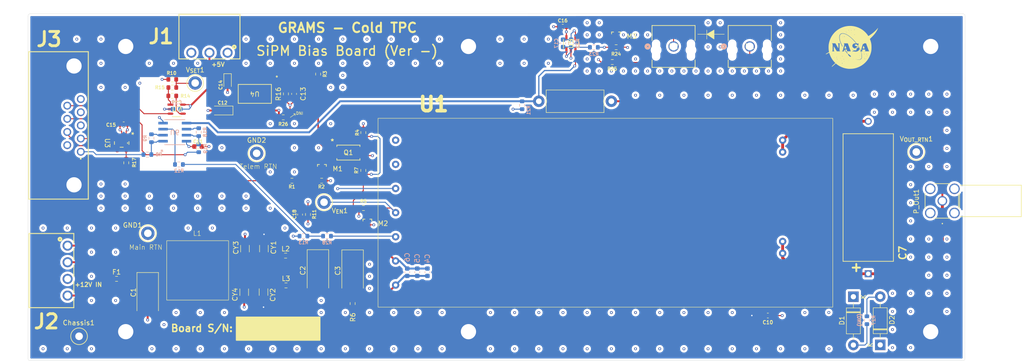
<source format=kicad_pcb>
(kicad_pcb (version 20241229) (generator "pcbnew") (generator_version "9.0")
  (layers (0 "F.Cu" signal) (4 "In1.Cu" signal) (6 "In2.Cu" signal) (8 "In3.Cu" signal) (10 "In4.Cu" signal) (2 "B.Cu" signal) (13 "F.Paste" user) (15 "B.Paste" user) (5 "F.SilkS" user "F.Silkscreen") (7 "B.SilkS" user "B.Silkscreen") (1 "F.Mask" user) (3 "B.Mask" user) (25 "Edge.Cuts" user))
  (net 0 "")
  (net 1 "/SEC_PWR_RTN")
  (net 2 "Net-(C1-Pad1)")
  (net 3 "/SiPM_HV_Block/V_POS")
  (net 4 "/SiPM_HV_Block/V_RTN")
  (net 5 "Net-(C3-Pad2)")
  (net 6 "/SiPM_HV_Block/SiPM_HV_OUT")
  (net 7 "/SiPM_HV_Block/SiPM_HV_RTN")
  (net 8 "CHASSIS")
  (net 9 "/SEC_PWR_TELEM")
  (net 10 "/SEC_PWR_TELEM_RTN")
  (net 11 "Net-(U4-SET)")
  (net 12 "/SEC_PWR_IN")
  (net 14 "/HV_Enable-")
  (net 15 "/SET_HV")
  (net 16 "/HV_CURR_MON")
  (net 17 "/HV_Enable+")
  (net 18 "/HV_VOLT_MON")
  (net 19 "Net-(M3-Pad3)")
  (net 20 "Net-(P1-Pad1)")
  (net 21 "Net-(M1-Pad1)")
  (net 22 "Net-(M1-Pad3)")
  (net 23 "Net-(M2-Pad1)")
  (net 24 "/SiPM_HV_Block/Enable")
  (net 25 "Net-(M3-Pad1)")
  (net 26 "Net-(Q1-Pad1)")
  (net 27 "/HV_Enable")
  (net 28 "/SiPM_HV_Block/REM_ADJ")
  (net 29 "/SiPM_HV_Block/Curr_Mon")
  (net 30 "Net-(U3-R)")
  (net 32 "/V3p3")
  (net 33 "Net-(U5-OUT)")
  (net 34 "Net-(U5--IN)")
  (net 35 "Net-(CY1-Pad1)")
  (net 36 "Net-(CY2-Pad1)")
  (net 37 "Net-(R12-Pad1)")
  (net 38 "Net-(U6A-A_OUT)")
  (net 39 "Net-(U6A--INA)")
  (net 40 "Net-(U7--IN)")
  (net 41 "Net-(U7-OUT)")
  (net 42 "Net-(U6B--INB)")
  (net 43 "Net-(U6B-B_OUT)")
  (net 44 "Net-(U5-+IN)")
  (net 45 "Net-(U6A-+INA)")
  (footprint "Resistor_SMD:R_0603_1608Metric" (layer "F.Cu") (at 162.11 70.72 180)
    (property "Reference" "R25")
    (property "Value" "150")
  )
  (footprint "Capacitor_SMD:C_0603_1608Metric" (layer "F.Cu") (at 96.53 102.81 90)
    (property "Reference" "C18")
    (property "Value" "0.1uF")
  )
  (footprint "MountingHole:MountingHole_3.2mm_M3_Pad" (layer "F.Cu") (at 229 127.44)
    (property "Reference" "H4")
    (property "Value" "MountingHole_Pad")
  )
  (footprint "Capacitor_SMD:C_0603_1608Metric" (layer "F.Cu") (at 75.1 88.49)
    (property "Reference" "C11")
    (property "Value" "0.1uF")
  )
  (footprint "Resistor_SMD:R_0603_1608Metric" (layer "F.Cu") (at 107.57 121.53 -90)
    (property "Reference" "R6")
    (property "Value" "0.1")
  )
  (footprint "Resistor_SMD:R_0603_1608Metric" (layer "F.Cu") (at 94.8132 95.6832)
    (property "Reference" "R1")
    (property "Value" "820")
  )
  (footprint "Capacitor_Tantalum_SMD:CP_EIA-7343-15_Kemet-W" (layer "F.Cu") (at 64.52 119.41 -90)
    (property "Reference" "C1")
    (property "Value" "100uF")
  )
  (footprint "Diode_THT:D_DO-41_SOD81_P10.16mm_Horizontal" (layer "F.Cu") (at 212.76 120.09 -90)
    (property "Reference" "D1")
    (property "Value" "1N4004")
  )
  (footprint "Resistor_SMD:R_0603_1608Metric" (layer "F.Cu") (at 109.81 93.52 90)
    (property "Reference" "R7")
    (property "Value" "5k")
  )
  (footprint "TestPoint:TestPoint_Keystone_5005-5009_Compact" (layer "F.Cu") (at 87.4 89.92)
    (property "Reference" "GND2")
    (property "Value" "TestPoint")
  )
  (footprint "Capacitor_SMD:C_0603_1608Metric" (layer "F.Cu") (at 151.705 63.28 180)
    (property "Reference" "C16")
    (property "Value" "0.1uF")
  )
  (footprint "TestPoint:TestPoint_Keystone_5010-5014_Multipurpose" (layer "F.Cu") (at 74.49 75.13)
    (property "Reference" "V_{SET}1")
    (property "Value" "TestPoint")
  )
  (footprint "Capacitor_Tantalum_SMD:CP_EIA-7343-15_Kemet-W" (layer "F.Cu") (at 107.56 114.6475 -90)
    (property "Reference" "C3")
    (property "Value" "150uF")
  )
  (footprint "MountingHole:MountingHole_3.2mm_M3_Pad" (layer "F.Cu") (at 131.9 127.44)
    (property "Reference" "H3")
    (property "Value" "MountingHole_Pad")
  )
  (footprint "Adam_Tech:CONN_RF2-49B-T-00-50-G-HDW_ADM" (layer "F.Cu") (at 231.453 99.93 -90)
    (property "Reference" "P_Out1")
    (property "Value" "RF2-49B-T-00-50-G-HDW")
  )
  (footprint "Resistor_SMD:R_0603_1608Metric" (layer "F.Cu") (at 100.325 73.255 -90)
    (property "Reference" "R3")
    (property "Value" "180")
  )
  (footprint "Capacitor_SMD:C_1206_3216Metric" (layer "F.Cu") (at 88.85 119.11 -90)
    (property "Reference" "CY2")
    (property "Value" "4700pF")
  )
  (footprint "MountingHole:MountingHole_3.2mm_M3_Pad" (layer "F.Cu") (at 59.9 127.44)
    (property "Reference" "H2")
    (property "Value" "MountingHole_Pad")
  )
  (footprint "TestPoint:TestPoint_Keystone_5005-5009_Compact" (layer "F.Cu") (at 225.98 89.64)
    (property "Reference" "V_{OUT_RTN}1")
    (property "Value" "TestPoint")
  )
  (footprint "Capacitor_Tantalum_SMD:CP_EIA-2012-12_Kemet-R" (layer "F.Cu") (at 81.3004 74.87685 -90)
    (property "Reference" "C14")
    (property "Value" "1uF")
  )
  (footprint "Resistor_SMD:R_0603_1608Metric" (layer "F.Cu") (at 109.84 101.43)
    (property "Reference" "R5")
    (property "Value" "20k")
  )
  (footprint "Analog_Devices:SOT-3_ST_LIT" (layer "F.Cu") (at 87.0154 77.41685 180)
    (property "Reference" "U4")
    (property "Value" "LT3080EST-PBF")
  )
  (footprint "TE_Connectivity:conn1_1-1123824-1_TEC" (layer "F.Cu") (at 174.99 67.44)
    (property "Reference" "P2")
    (property "Value" "1-1123824-1")
  )
  (footprint "Advanced Energy:116A12-P4" (layer "F.Cu") (at 116.6 87.16)
    (property "Reference" "U1")
    (property "Value" "1/16A12-P4-I5")
  )
  (footprint "Resistor_SMD:R_0603_1608Metric" (layer "F.Cu") (at 69.69 76.08)
    (property "Reference" "R15")
    (property "Value" "49.9")
  )
  (footprint "Capacitor_Tantalum_SMD:CP_EIA-3216-12_Kemet-S" (layer "F.Cu") (at 80.12 80.92 180)
    (property "Reference" "C12")
    (property "Value" "2.2uF")
  )
  (footprint "CoilCraft:MSD1260T-105" (layer "F.Cu") (at 80.01 117.3 90)
    (property "Reference" "L1")
    (property "Value" "MSD1260T-105")
  )
  (footprint "Wurth_Elektronik:691322110004" (layer "F.Cu") (at 47.69 114.59 -90)
    (property "Reference" "J2")
    (property "Value" "691322110004")
  )
  (footprint "Resistor_SMD:R_0603_1608Metric" (layer "F.Cu") (at 69.68 77.84 180)
    (property "Reference" "R14")
    (property "Value" "10k")
  )
  (footprint "Resistor_SMD:R_0603_1608Metric" (layer "F.Cu") (at 98.19 102.785 90)
    (property "Reference" "R11")
    (property "Value" "1k")
  )
  (footprint "TestPoint:TestPoint_Keystone_5005-5009_Compact" (layer "F.Cu") (at 101.56 100.21)
    (property "Reference" "V_{EN}1")
    (property "Value" "TestPoint")
  )
  (footprint "MountingHole:MountingHole_3.2mm_M3_Pad" (layer "F.Cu") (at 229 67.44)
    (property "Reference" "H6" (hide yes))
    (property "Value" "MountingHole_Pad")
  )
  (footprint "TestPoint:TestPoint_Keystone_5005-5009_Compact" (layer "F.Cu") (at 64.55 106.74)
    (property "Reference" "GND1")
    (property "Value" "TestPoint")
  )
  (footprint "Resistor_SMD:R_0603_1608Metric" (layer "F.Cu") (at 101.0616 95.6832)
    (property "Reference" "R2")
    (property "Value" "1k")
  )
  (footprint "Vishay_Sprague:CAP_134D_T6_CLR79&slash_81_T3_S_VIS" (layer "F.Cu") (at 215.88 115.2601 90)
    (property "Reference" "C7")
    (property "Value" "134D107X9125T6")
  )
  (footprint "Toshiba_Semi:SSM_TOS" (layer "F.Cu") (at 110.659999 104.295)
    (property "Reference" "M2")
    (property "Value" "SSM3K15AFS_LF")
  )
  (footprint "Toshiba_Semi:SSM_TOS" (layer "F.Cu") (at 162.895 64.935)
    (property "Reference" "M3")
    (property "Value" "SSM3K15AFS_LF")
  )
  (footprint "Capacitor_SMD:C_1206_3216Metric" (layer "F.Cu") (at 84.95 109.975 90)
    (property "Reference" "CY3")
    (property "Value" "4700pF")
  )
  (footprint "Resistor_SMD:R_0603_1608Metric" (layer "F.Cu") (at 93.5554 77.41685 90)
    (property "Reference" "R16")
    (property "Value" "330k")
  )
  (footprint "MountingHole:MountingHole_3.2mm_M3_Pad" (layer "F.Cu") (at 59.9 67.44)
    (property "Reference" "H1" (hide yes))
    (property "Value" "MountingHole_Pad")
  )
  (footprint "Capacitor_SMD:C_1206_3216Metric" (layer "F.Cu") (at 88.93 109.97 90)
    (property "Reference" "CY1")
    (property "Value" "4700pF")
  )
  (footprint "Capacitor_Tantalum_SMD:CP_EIA-7343-15_Kemet-W" (layer "F.Cu") (at 100.28 114.61 -90)
    (property "Reference" "C2")
    (property "Value" "33uF")
  )
  (footprint "Resistor_SMD:R_0603_1608Metric_Pad0.98x0.95mm_HandSolder" (layer "F.Cu") (at 93.4875 111.45)
    (property "Reference" "L2")
    (property "Value" "15uH")
  )
  (footprint "NASA_Meatball:Small_Meatball" (layer "F.Cu") (at 212.4964 67.4624)
    (property "Reference" "G***" (hide yes))
    (property "Value" "LOGO" (hide yes))
  )
  (footprint "Wurth_Elektronik:618009231121" (layer "F.Cu") (at 42.74 84.05 -90)
    (property "Reference" "J3")
    (property "Value" "618009231121")
  )
  (footprint "Analog_Devices:S_5_ADI" (layer "F.Cu") (at 153.425 66.89 90)
    (property "Reference" "U5")
    (property "Value" "LTC2050HVCS5-TRMPBF")
  )
  (footprint "Toshiba_Semi:SSM_TOS" (layer "F.Cu") (at 101.1124 92.8022)
    (property "Reference" "M1")
    (property "Value" "SSM3K15AFS_LF")
  )
  (footprint "Analog_Devices:S_5_ADI" (layer "F.Cu") (at 70.61 80.63)
    (property "Reference" "U7")
    (property "Value" "LTC2050HVCS5-TRMPBF")
  )
  (footprint "Resistor_SMD:R_0603_1608Metric" (layer "F.Cu") (at 92.99 82.35 180)
    (property "Reference" "R26")
    (property "Value" "(DNI)")
  )
  (footprint "TE_Connectivity:conn1_1-1123824-1_TEC" (layer "F.Cu") (at 190.99 67.44)
    (property "Reference" "P1")
    (property "Value" "1-1123824-1")
  )
  (footprint "Capacitor_SMD:C_0603_1608Metric" (layer "F.Cu") (at 59.48 83.82 180)
    (property "Reference" "C15")
    (property "Value" "0.1uF")
  )
  (footprint "Resistor_SMD:R_0603_1608Metric" (layer "F.Cu") (at 60.0152 91.92 -90)
    (property "Reference" "R17")
    (property "Value" "49.9")
  )
  (footprint "MountingHole:MountingHole_3.2mm_M3_Pad" (layer "F.Cu") (at 131.9 67.44)
    (property "Reference" "H5" (hide yes))
    (property "Value" "MountingHole_Pad")
  )
  (footprint "Capacitor_SMD:C_1206_3216Metric" (layer "F.Cu") (at 84.79 119.14 -90)
    (property "Reference" "CY4")
    (property "Value" "4700pF")
  )
  (footprint "Resistor_SMD:R_0603_1608Metric" (layer "F.Cu") (at 162.925 67.6 180)
    (property "Reference" "R24")
    (property "Value" "100k")
  )
  (footprint "Resistor_THT:R_Axial_DIN0414_L11.9mm_D4.5mm_P15.24mm_Horizontal" (layer "F.Cu") (at 161.92 78.97 180)
    (property "Reference" "R20" (hide yes))
    (property "Value" "1M")
  )
  (footprint "Resistor_SMD:R_0603_1608Metric_Pad0.98x0.95mm_HandSolder" (layer "F.Cu") (at 93.5675 117.71)
    (property "Reference" "L3")
    (property "Value" "15uH")
  )
  (footprint "Wurth_Elektronik:691322310003" (layer "F.Cu") (at 77.4904 68.7556 180)
    (property "Reference" "J1")
    (property "Value" "691322310003")
  )
  (footprint "Capacitor_SMD:C_0603_1608Metric" (layer "F.Cu") (at 95.2704 77.41685 -90)
    (property "Reference" "C13")
    (property "Value" "0.1uF")
  )
  (footprint "ISOCOM:ISP281D_ISO" (layer "F.Cu") (at 106.675 89.765)
    (property "Reference" "Q1")
    (property "Value" "ISP281D")
  )
  (footprint "Resistor_SMD:R_0603_1608Metric" (layer "F.Cu") (at 69.68 74.37)
    (property "Reference" "R10")
    (property "Value" "100k")
  )
  (footprint "Capacitor_SMD:C_0603_1608Metric" (layer "F.Cu") (at 194.79 124.05 180)
    (property "Reference" "C10")
    (property "Value" "0.1uF")
  )
  (footprint "Texas_Instruments:DBV5" (layer "F.Cu") (at 59.05 87.7584 -90)
    (property "Reference" "U3")
    (property "Value" "SN65LVDT2DBVT")
  )
  (footprint "Resistor_SMD:R_0603_1608Metric" (layer "F.Cu") (at 57.98 116.33)
    (property "Reference" "F1")
    (property "Value" "Fuse")
  )
  (footprint "TestPoint:TestPoint_Keystone_5005-5009_Compact" (layer "F.Cu") (at 50.1 128.41)
    (property "Reference" "Chassis1")
    (property "Value" "TestPoint")
  )
  (footprint "Resistor_SMD:R_0603_1608Metric" (layer "F.Cu") (at 109.818 85.5596 -90)
    (property "Reference" "R4")
    (property "Value" "15k")
  )
  (footprint "Diode_THT:D_DO-41_SOD81_P10.16mm_Horizontal" (layer "F.Cu") (at 218.4 130.22 90)
    (property "Reference" "D2")
    (property "Value" "1N4004")
  )
  (footprint "Resistor_SMD:R_0603_1608Metric" (layer "B.Cu") (at 75.24 88.86 -90)
    (property "Reference" "R19")
    (property "Value" "49.9")
  )
  (footprint "Analog_Devices:R_8_ADI" (layer "B.Cu") (at 70.21 85.47)
    (property "Reference" "U6")
    (property "Value" "LTC2051HV")
  )
  (footprint "Capacitor_SMD:C_0603_1608Metric" (layer "B.Cu") (at 119.04 114.935 -90)
    (property "Reference" "C6")
    (property "Value" "0.01uF")
  )
  (footprint "Resistor_SMD:R_0603_1608Metric" (layer "B.Cu") (at 65.3 86.75 -90)
    (property "Reference" "R9")
    (property "Value" "10k")
  )
  (footprint "Resistor_SMD:R_0603_1608Metric" (layer "B.Cu") (at 64.46 90.19 180)
    (property "Reference" "R8")
    (property "Value" "49.9")
  )
  (footprint "Resistor_SMD:R_0603_1608Metric" (layer "B.Cu") (at 215.6 125.03 90)
    (property "Reference" "R27")
    (property "Value" "(DNI)")
  )
  (footprint "Capacitor_SMD:C_0603_1608Metric" (layer "B.Cu") (at 123.28 114.935 -90)
    (property "Reference" "C4")
    (property "Value" "1uF")
  )
  (footprint "Capacitor_SMD:C_0603_1608Metric" (layer "B.Cu") (at 121.15 114.935 -90)
    (property "Reference" "C5")
    (property "Value" "0.1uF")
  )
  (footprint "Resistor_SMD:R_0603_1608Metric" (layer "B.Cu") (at 143.17 79.81 -90)
    (property "Reference" "R21")
    (property "Value" "53k")
  )
  (footprint "Resistor_SMD:R_0603_1608Metric" (layer "B.Cu") (at 158.245 67.62)
    (property "Reference" "R23")
    (property "Value" "49.9")
  )
  (footprint "Resistor_SMD:R_0603_1608Metric" (layer "B.Cu") (at 97.24 107.34)
    (property "Reference" "R13")
    (property "Value" "1k")
  )
  (footprint "Resistor_SMD:R_0603_1608Metric" (layer "B.Cu") (at 71.08 92.27 180)
    (property "Reference" "R12")
    (property "Value" "2")
  )
  (footprint "Resistor_SMD:R_0603_1608Metric" (layer "B.Cu") (at 75.24 85.47 -90)
    (property "Reference" "R18")
    (property "Value" "10k")
  )
  (footprint "Capacitor_SMD:C_0603_1608Metric" (layer "B.Cu") (at 151.785 66.78 -90)
    (property "Reference" "C17")
    (property "Value" "0.1uF")
  )
  (footprint "Capacitor_SMD:C_0603_1608Metric" (layer "B.Cu") (at 70.61 80.63 180)
    (property "Reference" "C19")
    (property "Value" "0.1uF")
  )
  (footprint "Resistor_SMD:R_0603_1608Metric" (layer "B.Cu") (at 153.465 66.79 -90)
    (property "Reference" "R22")
    (property "Value" "10k")
  )
  (footprint "Resistor_SMD:R_0603_1608Metric" (layer "B.Cu") (at 102.19 107.34 180)
    (property "Reference" "R28")
    (property "Value" "9.09k")
  )
  (gr_line (start 183.491 64.873) (end 185.65 64.873) (stroke (width 0.1)) (layer "F.SilkS"))
  (gr_line (start 94.48 82.36) (end 95.5 81.65) (stroke (width 0.1)) (layer "F.SilkS"))
  (gr_line (start 181.967 64.873) (end 180.062 64.873) (stroke (width 0.1)) (layer "F.SilkS"))
  (gr_line (start 95.47 82) (end 95.5 81.65) (stroke (width 0.1)) (layer "F.SilkS"))
  (gr_poly (pts (xy 183.491 63.984) (xy 183.491 65.889) (xy 181.967 64.873)) (stroke (width 0.1)) (fill yes) (layer "F.SilkS"))
  (gr_line (start 95.5 81.65) (end 95.16 81.57) (stroke (width 0.1)) (layer "F.SilkS"))
  (gr_line (start 181.967 63.984) (end 181.967 65.889) (stroke (width 0.1)) (layer "F.SilkS"))
  (gr_line (start 95.5 81.65) (end 95.33 81.61) (stroke (width 0.1)) (layer "F.SilkS"))
  (gr_line (start 39.878 60.55721) (end 235.712 60.5536) (stroke (width 0.05)) (layer "Edge.Cuts"))
  (gr_line (start 39.37 133.0706) (end 39.37 61.06521) (stroke (width 0.05)) (layer "Edge.Cuts"))
  (gr_arc (start 235.712 60.5536) (mid 236.07121 60.70239) (end 236.22 61.0616) (stroke (width 0.05)) (layer "Edge.Cuts"))
  (gr_line (start 235.7374 133.5786) (end 39.878 133.5786) (stroke (width 0.05)) (layer "Edge.Cuts"))
  (gr_arc (start 39.37 61.06521) (mid 39.51879 60.706) (end 39.878 60.55721) (stroke (width 0.05)) (layer "Edge.Cuts"))
  (gr_arc (start 39.878 133.5786) (mid 39.51879 133.42981) (end 39.37 133.0706) (stroke (width 0.05)) (layer "Edge.Cuts"))
  (gr_line (start 236.22 61.0616) (end 236.1946 133.1214) (stroke (width 0.05)) (layer "Edge.Cuts"))
  (gr_arc (start 236.1946 133.1214) (mid 236.060689 133.444689) (end 235.7374 133.5786) (stroke (width 0.05)) (layer "Edge.Cuts"))
  (gr_text "Main RTN" (at 60.55 110.28 0) (layer "F.SilkS") (effects (font (size 1 1) (thickness 0.1)) (justify left bottom)))
  (gr_text "SiPM Bias Board (Ver -)" (at 87.1474 69.5452 0) (layer "F.SilkS") (effects (font (size 2 2) (thickness 0.3) (bold yes)) (justify left bottom)))
  (gr_text "Telem RTN" (at 83.75 93.28 0) (layer "F.SilkS") (effects (font (size 1 1) (thickness 0.1)) (justify left bottom)))
  (gr_text "GRAMS - Cold TPC" (at 91.63 64.69 0) (layer "F.SilkS") (effects (font (size 2 2) (thickness 0.4) (bold yes)) (justify left bottom)))
  (gr_text "Board S/N:" (at 69.24 127.6 0) (layer "F.SilkS") (effects (font (size 1.5 1.5) (thickness 0.3) (bold yes)) (justify left bottom)))
  (gr_text "+5V" (at 77.8 71.76 0) (layer "F.SilkS") (effects (font (size 0.9 0.9) (thickness 0.18) (bold yes)) (justify left bottom)))
  (gr_text "DNI" (at 95.59 81.86 0) (layer "F.SilkS") (effects (font (size 0.6 0.6) (thickness 0.1)) (justify left bottom)))
  (gr_text "+" (at 211.87 114.99 0) (layer "F.SilkS") (effects (font (size 2 2) (thickness 0.4) (bold yes)) (justify left bottom)))
  (gr_text "+12V IN" (at 52.06 118.07 0) (layer "F.SilkS") (effects (font (size 0.9 0.9) (thickness 0.18) (bold yes)) (justify bottom)))
  (gr_text "(DNI)" (at 214.42 123.52 90) (layer "B.SilkS") (effects (font (size 0.7 0.7) (thickness 0.175) (bold yes)) (justify left bottom mirror)))
  (segment (start 64.51 122.5325) (end 64.52 122.5225) (width 0.2) (layer "F.Cu") (net 1))
  (segment (start 62.01 112.86) (end 58.49 109.34) (width 0.4) (layer "F.Cu") (net 1))
  (segment (start 84.79 120.615) (end 84.79 122.26) (width 0.4) (layer "F.Cu") (net 1))
  (segment (start 64.51 124.97) (end 64.51 122.5325) (width 0.4) (layer "F.Cu") (net 1))
  (segment (start 58.49 109.34) (end 47.69 109.34) (width 0.4) (layer "F.Cu") (net 1))
  (segment (start 71.06 112.86) (end 71.12 112.8) (width 0.4) (layer "F.Cu") (net 1))
  (segment (start 62.01 112.86) (end 71.06 112.86) (width 0.4) (layer "F.Cu") (net 1))
  (segment (start 84.95 108.5) (end 84.95 106.97) (width 0.4) (layer "F.Cu") (net 1))
  (segment (start 84.95 106.97) (end 84.98 106.94) (width 0.2) (layer "F.Cu") (net 1))
  (segment (start 84.79 122.26) (end 84.8 122.27) (width 0.2) (layer "F.Cu") (net 1))
  (segment (start 96.555 103.61) (end 96.53 103.585) (width 0.2) (layer "F.Cu") (net 1))
  (segment (start 98.19 103.61) (end 96.555 103.61) (width 0.2) (layer "F.Cu") (net 1))
  (segment (start 98.19 103.61) (end 98.19 104.77) (width 0.2) (layer "F.Cu") (net 1))
  (via (at 220.98 119.38) (size 0.6) (drill 0.3) (layers "F.Cu" "B.Cu") (net 1))
  (via (at 224.79 130.81) (size 0.6) (drill 0.3) (layers "F.Cu" "B.Cu") (net 1))
  (via (at 80.64 123.42) (size 0.6) (drill 0.3) (layers "F.Cu" "B.Cu") (net 1))
  (via (at 228.6 119.38) (size 0.6) (drill 0.3) (layers "F.Cu" "B.Cu") (net 1))
  (via (at 224.79 96.52) (size 0.6) (drill 0.3) (layers "F.Cu" "B.Cu") (net 1))
  (via (at 220.98 130.81) (size 0.6) (drill 0.3) (layers "F.Cu" "B.Cu") (net 1))
  (via (at 207.64 77.7) (size 0.6) (drill 0.3) (layers "F.Cu" "B.Cu") (net 1))
  (via (at 167 123.42) (size 0.6) (drill 0.3) (layers "F.Cu" "B.Cu") (net 1))
  (via (at 197.48 77.7) (size 0.6) (drill 0.3) (layers "F.Cu" "B.Cu") (net 1))
  (via (at 224.79 104.14) (size 0.6) (drill 0.3) (layers "F.Cu" "B.Cu") (net 1))
  (via (at 187.32 131.04) (size 0.6) (drill 0.3) (layers "F.Cu" "B.Cu") (net 1))
  (via (at 228.6 115.57) (size 0.6) (drill 0.3) (layers "F.Cu" "B.Cu") (net 1))
  (via (at 224.79 119.38) (size 0.6) (drill 0.3) (layers "F.Cu" "B.Cu") (net 1))
  (via (at 47.62 131.04) (size 0.6) (drill 0.3) (layers "F.Cu" "B.Cu") (net 1))
  (via (at 42.54 105.64) (size 0.6) (drill 0.3) (layers "F.Cu" "B.Cu") (net 1))
  (via (at 52.7 110.72) (size 0.6) (drill 0.3) (layers "F.Cu" "B.Cu") (net 1))
  (via (at 172.08 131.04) (size 0.6) (drill 0.3) (layers "F.Cu" "B.Cu") (net 1))
  (via (at 228.6 107.95) (size 0.6) (drill 0.3) (layers "F.Cu" "B.Cu") (net 1))
  (via (at 75.56 131.04) (size 0.6) (drill 0.3) (layers "F.Cu" "B.Cu") (net 1))
  (via (at 111.12 115.8) (size 0.6) (drill 0.3) (layers "F.Cu" "B.Cu") (net 1))
  (via (at 232.41 85.09) (size 0.6) (drill 0.3) (layers "F.Cu" "B.Cu") (net 1))
  (via (at 95.88 131.04) (size 0.6) (drill 0.3) (layers "F.Cu" "B.Cu") (net 1))
  (via (at 70.48 123.42) (size 0.6) (drill 0.3) (layers "F.Cu" "B.Cu") (net 1))
  (via (at 111.12 118.34) (size 0.6) (drill 0.3) (layers "F.Cu" "B.Cu") (net 1))
  (via (at 197.48 131.04) (size 0.6) (drill 0.3) (layers "F.Cu" "B.Cu") (net 1))
  (via (at 151.76 131.04) (size 0.6) (drill 0.3) (layers "F.Cu" "B.Cu") (net 1))
  (via (at 187.32 123.42) (size 0.6) (drill 0.3) (layers "F.Cu" "B.Cu") (net 1))
  (via (at 111.12 113.26) (size 0.6) (drill 0.3) (layers "F.Cu" "B.Cu") (net 1))
  (via (at 232.41 92.71) (size 0.6) (drill 0.3) (layers "F.Cu" "B.Cu") (net 1))
  (via (at 80.64 131.04) (size 0.6) (drill 0.3) (layers "F.Cu" "B.Cu") (net 1))
  (via (at 224.79 92.71) (size 0.6) (drill 0.3) (layers "F.Cu" "B.Cu") (net 1))
  (via (at 136.52 123.42) (size 0.6) (drill 0.3) (layers "F.Cu" "B.Cu") (net 1))
  (via (at 100.96 120.88) (size 0.6) (drill 0.3) (layers "F.Cu" "B.Cu") (net 1))
  (via (at 47.62 105.64) (size 0.6) (drill 0.3) (layers "F.Cu" "B.Cu") (net 1))
  (via (at 217.17 81.28) (size 0.6) (drill 0.3) (layers "F.Cu" "B.Cu") (net 1))
  (via (at 177.16 123.42) (size 0.6) (drill 0.3) (layers "F.Cu" "B.Cu") (net 1))
  (via (at 228.6 77.47) (size 0.6) (drill 0.3) (layers "F.Cu" "B.Cu") (net 1))
  (via (at 177.16 77.7) (size 0.6) (drill 0.3) (layers "F.Cu" "B.Cu") (net 1))
  (via (at 192.4 131.04) (size 0.6) (drill 0.3) (layers "F.Cu" "B.Cu") (net 1))
  (via (at 141.6 131.04) (size 0.6) (drill 0.3) (layers "F.Cu" "B.Cu") (net 1))
  (via (at 73.02 105.64) (size 0.6) (drill 0.3) (layers "F.Cu" "B.Cu") (net 1))
  (via (at 212.72 77.7) (size 0.6) (drill 0.3) (layers "F.Cu" "B.Cu") (net 1))
  (via (at 146.68 131.04) (size 0.6) (drill 0.3) (layers "F.Cu" "B.Cu") (net 1))
  (via (at 220.98 127) (size 0.6) (drill 0.3) (layers "F.Cu" "B.Cu") (net 1))
  (via (at 232.41 111.76) (size 0.6) (drill 0.3) (layers "F.Cu" "B.Cu") (net 1))
  (via (at 52.7 131.04) (size 0.6) (drill 0.3) (layers "F.Cu" "B.Cu") (net 1))
  (via (at 202.56 77.7) (size 0.6) (drill 0.3) (layers "F.Cu" "B.Cu") (net 1))
  (via (at 141.6 123.42) (size 0.6) (drill 0.3) (layers "F.Cu" "B.Cu") (net 1))
  (via (at 182.24 77.7) (size 0.6) (drill 0.3) (layers "F.Cu" "B.Cu") (net 1))
  (via (at 93.34 105.64) (size 0.6) (drill 0.3) (layers "F.Cu" "B.Cu") (net 1))
  (via (at 65.4 131.04) (size 0.6) (drill 0.3) (layers "F.Cu" "B.Cu") (net 1))
  (via (at 70.48 131.04) (size 0.6) (drill 0.3) (layers "F.Cu" "B.Cu") (net 1))
  (via (at 232.41 115.57) (size 0.6) (drill 0.3) (layers "F.Cu" "B.Cu") (net 1))
  (via (at 207.6 123.4) (size 0.6) (drill 0.3) (layers "F.Cu" "B.Cu") (net 1))
  (via (at 116.2 131.04) (size 0.6) (drill 0.3) (layers "F.Cu" "B.Cu") (net 1))
  (via (at 192.4 77.7) (size 0.6) (drill 0.3) (layers "F.Cu" "B.Cu") (net 1))
  (via (at 202.56 123.42) (size 0.6) (drill 0.3) (layers "F.Cu" "B.Cu") (net 1))
  (via (at 57.78 105.64) (size 0.6) (drill 0.3) (layers "F.Cu" "B.Cu") (net 1))
  (via (at 126.36 131.04) (size 0.6) (drill 0.3) (layers "F.Cu" "B.Cu") (net 1))
  (via (at 207.64 131.04) (size 0.6) (drill 0.3) (layers "F.Cu" "B.Cu") (net 1))
  (via (at 98.19 104.77) (size 0.6) (drill 0.3) (layers "F.Cu" "B.Cu") (net 1))
  (via (at 172.08 123.42) (size 0.6) (drill 0.3) (layers "F.Cu" "B.Cu") (net 1))
  (via (at 64.51 124.97) (size 0.6) (drill 0.3) (layers "F.Cu" "B.Cu") (net 1))
  (via (at 141.27 80.63) (size 0.6) (drill 0.3) (layers "F.Cu" "B.Cu") (net 1))
  (via (at 156.84 123.42) (size 0.6) (drill 0.3) (layers "F.Cu" "B.Cu") (net 1))
  (via (at 126.36 123.42) (size 0.6) (drill 0.3) (layers "F.Cu" "B.Cu") (net 1))
  (via (at 224.79 77.47) (size 0.6) (drill 0.3) (layers "F.Cu" "B.Cu") (net 1))
  (via (at 217.17 77.47) (size 0.6) (drill 0.3) (layers "F.Cu" "B.Cu") (net 1))
  (via (at 228.6 92.71) (size 0.6) (drill 0.3) (layers "F.Cu" "B.Cu") (net 1))
  (via (at 52.7 105.64) (size 0.6) (drill 0.3) (layers "F.Cu" "B.Cu") (net 1))
  (via (at 52.7 120.88) (size 0.6) (drill 0.3) (layers "F.Cu" "B.Cu") (net 1))
  (via (at 232.41 81.28) (size 0.6) (drill 0.3) (layers "F.Cu" "B.Cu") (net 1))
  (via (at 187.32 77.7) (size 0.6) (drill 0.3) (layers "F.Cu" "B.Cu") (net 1))
  (via (at 224.79 111.76) (size 0.6) (drill 0.3) (layers "F.Cu" "B.Cu") (net 1))
  (via (at 167 131.04) (size 0.6) (drill 0.3) (layers "F.Cu" "B.Cu") (net 1))
  (via (at 161.92 131.04) (size 0.6) (drill 0.3) (layers "F.Cu" "B.Cu") (net 1))
  (via (at 224.79 100.33) (size 0.6) (drill 0.3) (layers "F.Cu" "B.Cu") (net 1))
  (via (at 232.41 119.38) (size 0.6) (drill 0.3) (layers "F.Cu" "B.Cu") (net 1))
  (via (at 42.54 131.04) (size 0.6) (drill 0.3) (layers "F.Cu" "B.Cu") (net 1))
  (via (at 182.24 131.04) (size 0.6) (drill 0.3) (layers "F.Cu" "B.Cu") (net 1))
  (via (at 228.6 81.28) (size 0.6) (drill 0.3) (layers "F.Cu" "B.Cu") (net 1))
  (via (at 111.12 123.42) (size 0.6) (drill 0.3) (layers "F.Cu" "B.Cu") (net 1))
  (via (at 116.2 123.42) (size 0.6) (drill 0.3) (layers "F.Cu" "B.Cu") (net 1))
  (via (at 177.16 131.04) (size 0.6) (drill 0.3) (layers "F.Cu" "B.Cu") (net 1))
  (via (at 67.94 125.96) (size 0.6) (drill 0.3) (layers "F.Cu" "B.Cu") (net 1))
  (via (at 106.04 131.04) (size 0.6) (drill 0.3) (layers "F.Cu" "B.Cu") (net 1))
  (via (at 95.1 107.34) (size 0.6) (drill 0.3) (layers "F.Cu" "B.Cu") (net 1))
  (via (at 121.28 123.42) (size 0.6) (drill 0.3) (layers "F.Cu" "B.Cu") (net 1))
  (via (at 232.41 88.9) (size 0.6) (drill 0.3) (layers "F.Cu" "B.Cu") (net 1))
  (via (at 78.1 105.64) (size 0.6) (drill 0.3) (layers "F.Cu" "B.Cu") (net 1))
  (via (at 151.76 123.42) (size 0.6) (drill 0.3) (layers "F.Cu" "B.Cu") (net 1))
  (via (at 172.08 77.7) (size 0.6) (drill 0.3) (layers "F.Cu" "B.Cu") (net 1))
  (via (at 146.68 123.42) (size 0.6) (drill 0.3) (layers "F.Cu" "B.Cu") (net 1))
  (via (at 90.8 131.04) (size 0.6) (drill 0.3) (layers "F.Cu" "B.Cu") (net 1))
  (via (at 224.79 123.19) (size 0.6) (drill 0.3) (layers "F.Cu" "B.Cu") (net 1))
  (via (at 220.98 77.47) (size 0.6) (drill 0.3) (layers "F.Cu" "B.Cu") (net 1))
  (via (at 85.72 131.04) (size 0.6) (drill 0.3) (layers "F.Cu" "B.Cu") (net 1))
  (via (at 136.52 131.04) (size 0.6) (drill 0.3) (layers "F.Cu" "B.Cu") (net 1))
  (via (at 84.98 106.94) (size 0.6) (drill 0.3) (layers "F.Cu" "B.Cu") (net 1))
  (via (at 224.79 81.28) (size 0.6) (drill 0.3) (layers "F.Cu" "B.Cu") (net 1))
  (via (at 232.41 107.95) (size 0.6) (drill 0.3) (layers "F.Cu" "B.Cu") (net 1))
  (via (at 161.92 123.42) (size 0.6) (drill 0.3) (layers "F.Cu" "B.Cu") (net 1))
  (via (at 224.79 107.95) (size 0.6) (drill 0.3) (layers "F.Cu" "B.Cu") (net 1))
  (via (at 100.96 123.42) (size 0.6) (drill 0.3) (layers "F.Cu" "B.Cu") (net 1))
  (via (at 75.56 123.42) (size 0.6) (drill 0.3) (layers "F.Cu" "B.Cu") (net 1))
  (via (at 57.78 120.88) (size 0.6) (drill 0.3) (layers "F.Cu" "B.Cu") (net 1))
  (via (at 52.7 115.8) (size 0.6) (drill 0.3) (layers "F.Cu" "B.Cu") (net 1))
  (via (at 167 77.7) (size 0.6) (drill 0.3) (layers "F.Cu" "B.Cu") (net 1))
  (via (at 220.98 123.19) (size 0.6) (drill 0.3) (layers "F.Cu" "B.Cu") (net 1))
  (via (at 84.8 122.27) (size 0.6) (drill 0.3) (layers "F.Cu" "B.Cu") (net 1))
  (via (at 182.24 123.42) (size 0.6) (drill 0.3) (layers "F.Cu" "B.Cu") (net 1))
  (via (at 57.78 110.72) (size 0.6) (drill 0.3) (layers "F.Cu" "B.Cu") (net 1))
  (via (at 232.41 77.47) (size 0.6) (drill 0.3) (layers "F.Cu" "B.Cu") (net 1))
  (via (at 111.12 131.04) (size 0.6) (drill 0.3) (layers "F.Cu" "B.Cu") (net 1))
  (via (at 106.04 123.42) (size 0.6) (drill 0.3) (layers "F.Cu" "B.Cu") (net 1))
  (via (at 156.84 131.04) (size 0.6) (drill 0.3) (layers "F.Cu" "B.Cu") (net 1))
  (via (at 100.96 131.04) (size 0.6) (drill 0.3) (layers "F.Cu" "B.Cu") (net 1))
  (via (at 121.28 131.04) (size 0.6) (drill 0.3) (layers "F.Cu" "B.Cu") (net 1))
  (via (at 220.98 81.28) (size 0.6) (drill 0.3) (layers "F.Cu" "B.Cu") (net 1))
  (via (at 228.6 111.76) (size 0.6) (drill 0.3) (layers "F.Cu" "B.Cu") (net 1))
  (via (at 202.56 131.04) (size 0.6) (drill 0.3) (layers "F.Cu" "B.Cu") (net 1))
  (via (at 232.41 123.19) (size 0.6) (drill 0.3) (layers "F.Cu" "B.Cu") (net 1))
  (segment (start 143.17 80.635) (end 141.275 80.635) (width 0.2) (layer "B.Cu") (net 1))
  (segment (start 141.275 80.635) (end 141.27 80.63) (width 0.2) (layer "B.Cu") (net 1))
  (segment (start 96.415 107.34) (end 95.1 107.34) (width 0.2) (layer "B.Cu") (net 1))
  (segment (start 215.165 130.275) (end 212.775 130.275) (width 0.2) (layer "B.Cu") (net 1))
  (segment (start 215.6 129.84) (end 215.165 130.275) (width 0.2) (layer "B.Cu") (net 1))
  (segment (start 215.6 125.855) (end 215.6 129.84) (width 0.2) (layer "B.Cu") (net 1))
  (segment (start 58.805 116.33) (end 71.09 116.33) (width 0.4) (layer "F.Cu") (net 2))
  (segment (start 71.09 116.33) (end 71.12 116.3) (width 0.2) (layer "F.Cu") (net 2))
  (segment (start 94.485 111.535) (end 94.4 111.45) (width 0.4) (layer "F.Cu") (net 3))
  (segment (start 108.88 102.42) (end 108.88 103.15) (width 0.2) (layer "F.Cu") (net 3))
  (segment (start 109.818 84.7346) (end 109.818 83.68) (width 0.2) (layer "F.Cu") (net 3))
  (segment (start 107.56 111.535) (end 94.485 111.535) (width 0.4) (layer "F.Cu") (net 3))
  (segment (start 109.015 102.285) (end 108.88 102.42) (width 0.2) (layer "F.Cu") (net 3))
  (segment (start 107.56 111.535) (end 115.575 111.535) (width 0.4) (layer "F.Cu") (net 3))
  (segment (start 115.575 111.535) (end 116.6 112.56) (width 0.4) (layer "F.Cu") (net 3))
  (segment (start 109.015 101.43) (end 109.015 102.285) (width 0.2) (layer "F.Cu") (net 3))
  (via (at 109.818 83.68) (size 0.6) (drill 0.3) (layers "F.Cu" "B.Cu") (net 3))
  (via (at 108.88 103.15) (size 0.6) (drill 0.3) (layers "F.Cu" "B.Cu") (net 3))
  (segment (start 117.44 112.56) (end 119.04 114.16) (width 0.4) (layer "B.Cu") (net 3))
  (segment (start 119.04 114.16) (end 123.28 114.16) (width 0.4) (layer "B.Cu") (net 3))
  (segment (start 116.6 112.56) (end 117.44 112.56) (width 0.4) (layer "B.Cu") (net 3))
  (segment (start 100.28 117.7225) (end 94.4925 117.7225) (width 0.4) (layer "F.Cu") (net 4))
  (segment (start 104.9125 122.355) (end 100.28 117.7225) (width 0.4) (layer "F.Cu") (net 4))
  (segment (start 109.81 92.695) (end 109.81 91.54) (width 0.2) (layer "F.Cu") (net 4))
  (segment (start 94.4925 117.7225) (end 94.48 117.71) (width 0.4) (layer "F.Cu") (net 4))
  (segment (start 109.81 90.4108) (end 109.7992 90.4) (width 0.2) (layer "F.Cu") (net 4))
  (segment (start 107.57 122.355) (end 104.9125 122.355) (width 0.4) (layer "F.Cu") (net 4))
  (segment (start 111.73 90.4) (end 111.74 90.41) (width 0.2) (layer "F.Cu") (net 4))
  (segment (start 107.57 122.355) (end 111.885 122.355) (width 0.4) (layer "F.Cu") (net 4))
  (segment (start 109.7992 90.4) (end 111.73 90.4) (width 0.2) (layer "F.Cu") (net 4))
  (segment (start 111.885 122.355) (end 116.6 117.64) (width 0.4) (layer "F.Cu") (net 4))
  (segment (start 109.81 91.54) (end 109.81 90.4108) (width 0.2) (layer "F.Cu") (net 4))
  (segment (start 112.01 104.97) (end 111.159998 104.97) (width 0.2) (layer "F.Cu") (net 4))
  (via (at 112.01 104.97) (size 0.6) (drill 0.3) (layers "F.Cu" "B.Cu") (net 4))
  (via (at 111.74 90.41) (size 0.6) (drill 0.3) (layers "F.Cu" "B.Cu") (net 4))
  (segment (start 119.04 115.71) (end 123.28 115.71) (width 0.4) (layer "B.Cu") (net 4))
  (segment (start 118.53 115.71) (end 119.04 115.71) (width 0.4) (layer "B.Cu") (net 4))
  (segment (start 116.6 117.64) (end 118.53 115.71) (width 0.4) (layer "B.Cu") (net 4))
  (segment (start 107.56 117.76) (end 107.56 120.695) (width 0.4) (layer "F.Cu") (net 5))
  (segment (start 107.56 120.695) (end 107.57 120.705) (width 0.2) (layer "F.Cu") (net 5))
  (segment (start 231.453 81.223) (end 231.453 99.93) (width 0.4) (layer "F.Cu") (net 6))
  (segment (start 197.9 110.96) (end 197.9 108.46) (width 0.6) (layer "F.Cu") (net 6))
  (segment (start 229.2 78.97) (end 231.453 81.223) (width 0.4) (layer "F.Cu") (net 6))
  (segment (start 215.88 115.2601) (end 226.7699 115.2601) (width 0.6) (layer "F.Cu") (net 6))
  (segment (start 226.7699 115.2601) (end 231.453 110.577) (width 0.6) (layer "F.Cu") (net 6))
  (segment (start 197.9 110.96) (end 197.9 111.91) (width 0.6) (layer "F.Cu") (net 6))
  (segment (start 201.2501 115.2601) (end 215.88 115.2601) (width 0.6) (layer "F.Cu") (net 6))
  (segment (start 197.9 111.91) (end 201.2501 115.2601) (width 0.6) (layer "F.Cu") (net 6))
  (segment (start 231.453 110.577) (end 231.453 99.93) (width 0.6) (layer "F.Cu") (net 6))
  (segment (start 161.92 78.97) (end 229.2 78.97) (width 0.4) (layer "F.Cu") (net 6))
  (segment (start 198.115 108.245) (end 197.9 108.46) (width 0.2) (layer "B.Cu") (net 6))
  (segment (start 197.9 87.16) (end 201.8801 83.1799) (width 0.6) (layer "F.Cu") (net 7))
  (segment (start 197.805 124.055) (end 197.81 124.05) (width 0.2) (layer "F.Cu") (net 7))
  (segment (start 197.9 87.16) (end 197.9 89.66) (width 0.6) (layer "F.Cu") (net 7))
  (segment (start 195.715 124.055) (end 197.805 124.055) (width 0.2) (layer "F.Cu") (net 7))
  (segment (start 201.8801 83.1799) (end 215.88 83.1799) (width 0.6) (layer "F.Cu") (net 7))
  (via (at 197.81 124.05) (size 0.6) (drill 0.3) (layers "F.Cu" "B.Cu") (net 7))
  (segment (start 198.115 89.875) (end 197.9 89.66) (width 0.2) (layer "B.Cu") (net 7))
  (segment (start 215.6 124.205) (end 215.6 120.59) (width 0.2) (layer "B.Cu") (net 7))
  (segment (start 215.6 120.59) (end 216 120.19) (width 0.2) (layer "B.Cu") (net 7))
  (segment (start 216 120.19) (end 218.43 120.19) (width 0.2) (layer "B.Cu") (net 7))
  (segment (start 194.165 124.055) (end 191.435 124.055) (width 0.2) (layer "F.Cu") (net 8))
  (segment (start 88.93 106.98) (end 88.95 106.96) (width 0.2) (layer "F.Cu") (net 8))
  (segment (start 191.435 124.055) (end 191.42 124.04) (width 0.2) (layer "F.Cu") (net 8))
  (segment (start 88.93 108.495) (end 88.93 106.98) (width 0.4) (layer "F.Cu") (net 8))
  (segment (start 88.85 122.28) (end 88.85 120.585) (width 0.4) (layer "F.Cu") (net 8))
  (via (at 191.433278 124.044243) (size 0.6) (drill 0.3) (layers "F.Cu" "B.Cu") (net 8))
  (via (at 88.95 106.96) (size 0.6) (drill 0.3) (layers "F.Cu" "B.Cu") (net 8))
  (via (at 88.85 122.28) (size 0.6) (drill 0.3) (layers "F.Cu" "B.Cu") (net 8))
  (segment (start 100.325 72.43) (end 85.25 72.43) (width 0.4) (layer "F.Cu") (net 9))
  (segment (start 81.29975 73.99) (end 77.4904 73.99) (width 0.4) (layer "F.Cu") (net 9))
  (segment (start 81.3654 73.92435) (end 81.3004 73.98935) (width 0.2) (layer "F.Cu") (net 9))
  (segment (start 84.704 72.976) (end 84.704 73.92435) (width 0.4) (layer "F.Cu") (net 9))
  (segment (start 85.25 72.43) (end 84.704 72.976) (width 0.4) (layer "F.Cu") (net 9))
  (segment (start 77.4904 75.9396) (end 73.47 79.96) (width 0.4) (layer "F.Cu") (net 9))
  (segment (start 161.285 70.72) (end 159.725 70.72) (width 0.2) (layer "F.Cu") (net 9))
  (segment (start 71.92 79.679999) (end 73.189999 79.679999) (width 0.2) (layer "F.Cu") (net 9))
  (segment (start 159.725 70.72) (end 159.205 70.2) (width 0.2) (layer "F.Cu") (net 9))
  (segment (start 152.474999 65.58) (end 152.474999 63.285001) (width 0.2) (layer "F.Cu") (net 9))
  (segment (start 73.189999 79.679999) (end 73.47 79.96) (width 0.2) (layer "F.Cu") (net 9))
  (segment (start 77.4904 73.99) (end 77.4904 75.9396) (width 0.4) (layer "F.Cu") (net 9))
  (segment (start 152.474999 63.285001) (end 152.48 63.28) (width 0.2) (layer "F.Cu") (net 9))
  (segment (start 77.4904 68.7556) (end 77.4904 73.99) (width 0.4) (layer "F.Cu") (net 9))
  (segment (start 84.704 73.92435) (end 81.3654 73.92435) (width 0.4) (layer "F.Cu") (net 9))
  (segment (start 81.3654 73.92435) (end 81.29975 73.99) (width 0.2) (layer "F.Cu") (net 9))
  (via (at 159.205 70.2) (size 0.6) (drill 0.3) (layers "F.Cu" "B.Cu") (net 9))
  (via (at 152.465 64.36) (size 0.6) (drill 0.3) (layers "F.Cu" "B.Cu") (net 9))
  (via (at 73.47 79.96) (size 0.6) (drill 0.3) (layers "F.Cu" "B.Cu") (net 9))
  (segment (start 73.21 80.63) (end 71.385 80.63) (width 0.2) (layer "B.Cu") (net 9))
  (segment (start 73.47 80.37) (end 73.21 80.63) (width 0.2) (layer "B.Cu") (net 9))
  (segment (start 73.47 79.96) (end 73.47 80.37) (width 0.2) (layer "B.Cu") (net 9))
  (segment (start 163.75 67.6) (end 165.263 67.6) (width 0.2) (layer "F.Cu") (net 10))
  (segment (start 58.705 83.82) (end 58.705 84.975) (width 0.2) (layer "F.Cu") (net 10))
  (segment (start 94.4154 81.7496) (end 94.4154 79.7956) (width 0.2) (layer "F.Cu") (net 10))
  (segment (start 150.93 63.28) (end 149.785 63.28) (width 0.2) (layer "F.Cu") (net 10))
  (segment (start 93.5554 78.24185) (end 93.5554 78.9356) (width 0.2) (layer "F.Cu") (net 10))
  (segment (start 163.394999 65.61) (end 163.394999 66.554999) (width 0.2) (layer "F.Cu") (net 10))
  (segment (start 101.8866 95.6832) (end 102.9412 95.6832) (width 0.2) (layer "F.Cu") (net 10))
  (segment (start 96.605 101.96) (end 96.53 102.035) (width 0.2) (layer "F.Cu") (net 10))
  (segment (start 102.0268 95.6832) (end 101.8866 95.6832) (width 0.2) (layer "F.Cu") (net 10))
  (segment (start 95.2704 78.9406) (end 94.4154 79.7956) (width 0.2) (layer "F.Cu") (net 10))
  (segment (start 81.3004 75.76435) (end 81.3004 77.1196) (width 0.4) (layer "F.Cu") (net 10))
  (segment (start 163.75 66.91) (end 163.75 67.6) (width 0.2) (layer "F.Cu") (net 10))
  (segment (start 101.8866 94.6286) (end 102.0268 95.6832) (width 0.2) (layer "F.Cu") (net 10))
  (segment (start 81.3004 77.1196) (end 81.3 77.12) (width 0.2) (layer "F.Cu") (net 10))
  (segment (start 75.875 88.49) (end 77.38 88.49) (width 0.2) (layer "F.Cu") (net 10))
  (segment (start 95.2704 78.19185) (end 95.2704 78.9406) (width 0.2) (layer "F.Cu") (net 10))
  (segment (start 165.263 67.6) (end 165.33 67.667) (width 0.2) (layer "F.Cu") (net 10))
  (segment (start 153.425 69.9) (end 153.425 68.2) (width 0.2) (layer "F.Cu") (net 10))
  (segment (start 163.679 67.54) (end 163.75 67.6) (width 0.2) (layer "F.Cu") (net 10))
  (segment (start 101.612399 93.4772) (end 101.612399 94.354399) (width 0.2) (layer "F.Cu") (net 10))
  (segment (start 98.19 101.96) (end 96.605 101.96) (width 0.2) (layer "F.Cu") (net 10))
  (segment (start 69.3 80.63) (end 68.06 80.63) (width 0.2) (layer "F.Cu") (net 10))
  (segment (start 59.05 86.5646) (end 59.05 85.33) (width 0.2) (layer "F.Cu") (net 10))
  (segment (start 59.05 85.33) (end 58.7 84.98) (width 0.2) (layer "F.Cu") (net 10))
  (segment (start 98.19 101.96) (end 98.19 100.1) (width 0.2) (layer "F.Cu") (net 10))
  (segment (start 68.855 74.37) (end 67.55 74.37) (width 0.2) (layer "F.Cu") (net 10))
  (segment (start 163.394999 66.554999) (end 163.75 66.91) (width 0.2) (layer "F.Cu") (net 10))
  (segment (start 93.815 82.35) (end 94.4154 81.7496) (width 0.2) (layer "F.Cu") (net 10))
  (segment (start 78.77 80.92) (end 77.2 80.92) (width 0.4) (layer "F.Cu") (net 10))
  (segment (start 101.612399 94.354399) (end 101.8866 94.6286) (width 0.2) (layer "F.Cu") (net 10))
  (segment (start 58.705 84.975) (end 58.7 84.98) (width 0.2) (layer "F.Cu") (net 10))
  (segment (start 93.5554 78.9356) (end 94.4154 79.7956) (width 0.2) (layer "F.Cu") (net 10))
  (via (at 105.5 70.98) (size 0.6) (drill 0.3) (layers "F.Cu" "B.Cu") (net 10))
  (via (at 85.18 98.92) (size 0.6) (drill 0.3) (layers "F.Cu" "B.Cu") (net 10))
  (via (at 138.52 65.9) (size 0.6) (drill 0.3) (layers "F.Cu" "B.Cu") (net 10))
  (via (at 184.78 72.62) (size 0.6) (drill 0.3) (layers "F.Cu" "B.Cu") (net 10))
  (via (at 174.62 72.62) (size 0.6) (drill 0.3) (layers "F.Cu" "B.Cu") (net 10))
  (via (at 184.78 67.54) (size 0.6) (drill 0.3) (layers "F.Cu" "B.Cu") (net 10))
  (via (at 98.19 100.1) (size 0.6) (drill 0.3) (layers "F.Cu" "B.Cu") (net 10))
  (via (at 110.58 70.98) (size 0.6) (drill 0.3) (layers "F.Cu" "B.Cu") (net 10))
  (via (at 192.4 72.62) (size 0.6) (drill 0.3) (layers "F.Cu" "B.Cu") (net 10))
  (via (at 66.97 82.39) (size 0.6) (drill 0.3) (layers "F.Cu" "B.Cu") (net 10))
  (via (at 125.82 65.9) (size 0.6) (drill 0.3) (layers "F.Cu" "B.Cu") (net 10))
  (via (at 197.48 65) (size 0.6) (drill 0.3) (layers "F.Cu" "B.Cu") (net 10))
  (via (at 85.18 101.46) (size 0.6) (drill 0.3) (layers "F.Cu" "B.Cu") (net 10))
  (via (at 75.02 101.46) (size 0.6) (drill 0.3) (layers "F.Cu" "B.Cu") (net 10))
  (via (at 102.96 76.06) (size 0.6) (drill 0.3) (layers "F.Cu" "B.Cu") (net 10))
  (via (at 94.4154 79.7956) (size 0.6) (drill 0.3) (layers "F.Cu" "B.Cu") (net 10))
  (via (at 143.6 70.98) (size 0.6) (drill 0.3) (layers "F.Cu" "B.Cu") (net 10))
  (via (at 159.38 62.46) (size 0.6) (drill 0.3) (layers "F.Cu" "B.Cu") (net 10))
  (via (at 59.78 101.46) (size 0.6) (drill 0.3) (layers "F.Cu" "B.Cu") (net 10))
  (via (at 69.94 101.46) (size 0.6) (drill 0.3) (layers "F.Cu" "B.Cu") (net 10))
  (via (at 64.86 98.92) (size 0.6) (drill 0.3) (layers "F.Cu" "B.Cu") (net 10))
  (via (at 177.16 72.62) (size 0.6) (drill 0.3) (layers "F.Cu" "B.Cu") (net 10))
  (via (at 54.7 96.38) (size 0.6) (drill 0.3) (layers "F.Cu" "B.Cu") (net 10))
  (via (at 95.34 83.68) (size 0.6) (drill 0.3) (layers "F.Cu" "B.Cu") (net 10))
  (via (at 143.6 65.9) (size 0.6) (drill 0.3) (layers "F.Cu" "B.Cu") (net 10))
  (via (at 59.78 76.06) (size 0.6) (drill 0.3) (layers "F.Cu" "B.Cu") (net 10))
  (via (at 138.52 70.98) (size 0.6) (drill 0.3) (layers "F.Cu" "B.Cu") (net 10))
  (via (at 90.26 70.98) (size 0.6) (drill 0.3) (layers "F.Cu" "B.Cu") (net 10))
  (via (at 54.7 98.92) (size 0.6) (drill 0.3) (layers "F.Cu" "B.Cu") (net 10))
  (via (at 194.94 72.62) (size 0.6) (drill 0.3) (layers "F.Cu" "B.Cu") (net 10))
  (via (at 110.58 65.9) (size 0.6) (drill 0.3) (layers "F.Cu" "B.Cu") (net 10))
  (via (at 104.42 97.36) (size 0.6) (drill 0.3) (layers "F.Cu" "B.Cu") (net 10))
  (via (at 184.78 62.46) (size 0.6) (drill 0.3) (layers "F.Cu" "B.Cu") (net 10))
  (via (at 100.42 65.9) (size 0.6) (drill 0.3) (layers "F.Cu" "B.Cu") (net 10))
  (via (at 54.7 76.06) (size 0.6) (drill 0.3) (layers "F.Cu" "B.Cu") (net 10))
  (via (at 69.94 98.92) (size 0.6) (drill 0.3) (layers "F.Cu" "B.Cu") (net 10))
  (via (at 120.74 65.9) (size 0.6) (drill 0.3) (layers "F.Cu" "B.Cu") (net 10))
  (via (at 120.74 70.98) (size 0.6) (drill 0.3) (layers "F.Cu" "B.Cu") (net 10))
  (via (at 182.24 72.62) (size 0.6) (drill 0.3) (layers "F.Cu" "B.Cu") (net 10))
  (via (at 75.02 98.92) (size 0.6) (drill 0.3) (layers "F.Cu" "B.Cu") (net 10))
  (via (at 100.42 88.76) (size 0.6) (drill 0.3) (layers "F.Cu" "B.Cu") (net 10))
  (via (at 77.2 80.92) (size 0.6) (drill 0.3) (layers "F.Cu" "B.Cu") (net 10))
  (via (at 102.96 83.68) (size 0.6) (drill 0.3) (layers "F.Cu" "B.Cu") (net 10))
  (via (at 156.84 70.08) (size 0.6) (drill 0.3) (layers "F.Cu" "B.Cu") (net 10))
  (via (at 67.55 74.37) (size 0.6) (drill 0.3) (layers "F.Cu" "B.Cu") (net 10))
  (via (at 100.42 70.98) (size 0.6) (drill 0.3) (layers "F.Cu" "B.Cu") (net 10))
  (via (at 81.3 77.12) (size 0.6) (drill 0.3) (layers "F.Cu" "B.Cu") (net 10))
  (via (at 95.34 88.76) (size 0.6) (drill 0.3) (layers "F.Cu" "B.Cu") (net 10))
  (via (at 149.785 63.28) (size 0.6) (drill 0.3) (layers "F.Cu" "B.Cu") (net 10))
  (via (at 156.84 72.62) (size 0.6) (drill 0.3) (layers "F.Cu" "B.Cu") (net 10))
  (via (at 167 72.62) (size 0.6) (drill 0.3) (layers "F.Cu" "B.Cu") (net 10))
  (via (at 49.62 65.9) (size 0.6) (drill 0.3) (layers "F.Cu" "B.Cu") (net 10))
  (via (at 95.34 70.98) (size 0.6) (drill 0.3) (layers "F.Cu" "B.Cu") (net 10))
  (via (at 58.7 84.98) (size 0.6) (drill 0.3) (layers "F.Cu" "B.Cu") (net 10))
  (via (at 182.24 67.54) (size 0.6) (drill 0.3) (layers "F.Cu" "B.Cu") (net 10))
  (via (at 80.1 98.92) (size 0.6) (drill 0.3) (layers "F.Cu" "B.Cu") (net 10))
  (via (at 54.7 101.46) (size 0.6) (drill 0.3) (layers "F.Cu" "B.Cu") (net 10))
  (via (at 197.48 62.46) (size 0.6) (drill 0.3) (layers "F.Cu" "B.Cu") (net 10))
  (via (at 95.34 93.84) (size 0.6) (drill 0.3) (layers "F.Cu" "B.Cu") (net 10))
  (via (at 172.08 72.62) (size 0.6) (drill 0.3) (layers "F.Cu" "B.Cu") (net 10))
  (via (at 85.18 65.9) (size 0.6) (drill 0.3) (layers "F.Cu" "B.Cu") (net 10))
  (via (at 54.7 70.98) (size 0.6) (drill 0.3) (layers "F.Cu" "B.Cu") (net 10))
  (via (at 64.86 101.46) (size 0.6) (drill 0.3) (layers "F.Cu" "B.Cu") (net 10))
  (via (at 102.9412 95.6832) (size 0.6) (drill 0.3) (layers "F.Cu" "B.Cu") (net 10))
  (via (at 77.38 88.49) (size 0.6) (drill 0.3) (layers "F.Cu" "B.Cu") (net 10))
  (via (at 69.94 70.98) (size 0.6) (drill 0.3) (layers "F.Cu" "B.Cu") (net 10))
  (via (at 125.82 70.98) (size 0.6) (drill 0.3) (layers "F.Cu" "B.Cu") (net 10))
  (via (at 59.78 96.38) (size 0.6) (drill 0.3) (layers "F.Cu" "B.Cu") (net 10))
  (via (at 148.68 65.9) (size 0.6) (drill 0.3) (layers "F.Cu" "B.Cu") (net 10))
  (via (at 59.78 98.92) (size 0.6) (drill 0.3) (layers "F.Cu" "B.Cu") (net 10))
  (via (at 62.86 75.16) (size 0.6) (drill 0.3) (layers "F.Cu" "B.Cu") (net 10))
  (via (at 105.5 65.9) (size 0.6) (drill 0.3) (layers "F.Cu" "B.Cu") (net 10))
  (via (at 164.46 72.62) (size 0.6) (drill 0.3) (layers "F.Cu" "B.Cu") (net 10))
  (via (at 197.48 70.08) (size 0.6) (drill 0.3) (layers "F.Cu" "B.Cu") (net 10))
  (via (at 115.66 70.98) (size 0.6) (drill 0.3) (layers "F.Cu" "B.Cu") (net 10))
  (via (at 153.425 69.9) (size 0.6) (drill 0.3) (layers "F.Cu" "B.Cu") (net 10))
  (via (at 90.26 93.84) (size 0.6) (drill 0.3) (layers "F.Cu" "B.Cu") (net 10))
  (via (at 197.48 72.62) (size 0.6) (drill 0.3) (layers "F.Cu" "B.Cu") (net 10))
  (via (at 189.86 72.62) (size 0.6) (drill 0.3) (layers "F.Cu" "B.Cu") (net 10))
  (via (at 179.7 72.62) (size 0.6) (drill 0.3) (layers "F.Cu" "B.Cu") (net 10))
  (via (at 148.68 70.98) (size 0.6) (drill 0.3) (layers "F.Cu" "B.Cu") (net 10))
  (via (at 156.84 62.46) (size 0.6) (drill 0.3) (layers "F.Cu" "B.Cu") (net 10))
  (via (at 187.32 72.62) (size 0.6) (drill 0.3) (layers "F.Cu" "B.Cu") (net 10))
  (via (at 165.33 67.667) (size 0.6) (drill 0.3) (layers "F.Cu" "B.Cu") (net 10))
  (via (at 80.1 101.46) (size 0.6) (drill 0.3) (layers "F.Cu" "B.Cu") (net 10))
  (via (at 90.26 65.9) (size 0.6) (drill 0.3) (layers "F.Cu" "B.Cu") (net 10))
  (via (at 115.66 65.9) (size 0.6) (drill 0.3) (layers "F.Cu" "B.Cu") (net 10))
  (via (at 182.24 62.46) (size 0.6) (drill 0.3) (layers "F.Cu" "B.Cu") (net 10))
  (via (at 164.46 65) (size 0.6) (drill 0.3) (layers "F.Cu" "B.Cu") (net 10))
  (via (at 197.48 67.54) (size 0.6) (drill 0.3) (layers "F.Cu" "B.Cu") (net 10))
  (via (at 159.38 72.62) (size 0.6) (drill 0.3) (layers "F.Cu" "B.Cu") (net 10))
  (via (at 75.02 70.98) (size 0.6) (drill 0.3) (layers "F.Cu" "B.Cu") (net 10))
  (via (at 90.26 83.68) (size 0.6) (drill 0.3) (layers "F.Cu" "B.Cu") (net 10))
  (via (at 105.5 73.52) (size 0.6) (drill 0.3) (layers "F.Cu" "B.Cu") (net 10))
  (via (at 167 70.08) (size 0.6) (drill 0.3) (layers "F.Cu" "B.Cu") (net 10))
  (via (at 54.7 65.9) (size 0.6) (drill 0.3) (layers "F.Cu" "B.Cu") (net 10))
  (via (at 156.84 65) (size 0.6) (drill 0.3) (layers "F.Cu" "B.Cu") (net 10))
  (via (at 159.38 65) (size 0.6) (drill 0.3) (layers "F.Cu" "B.Cu") (net 10))
  (via (at 90.26 101.46) (size 0.6) (drill 0.3) (layers "F.Cu" "B.Cu") (net 10))
  (via (at 95.34 65.9) (size 0.6) (drill 0.3) (layers "F.Cu" "B.Cu") (net 10))
  (via (at 167 65) (size 0.6) (drill 0.3) (layers "F.Cu" "B.Cu") (net 10))
  (via (at 105.5 76.06) (size 0.6) (drill 0.3) (layers "F.Cu" "B.Cu") (net 10))
  (via (at 161.92 72.62) (size 0.6) (drill 0.3) (layers "F.Cu" "B.Cu") (net 10))
  (via (at 80.1 88.76) (size 0.6) (drill 0.3) (layers "F.Cu" "B.Cu") (net 10))
  (via (at 169.54 65) (size 0.6) (drill 0.3) (layers "F.Cu" "B.Cu") (net 10))
  (via (at 64.86 70.98) (size 0.6) (drill 0.3) (layers "F.Cu" "B.Cu") (net 10))
  (via (at 169.54 72.62) (size 0.6) (drill 0.3) (layers "F.Cu" "B.Cu") (net 10))
  (via (at 68.06 80.63) (size 0.6) (drill 0.3) (layers "F.Cu" "B.Cu") (net 10))
  (via (at 85.18 70.98) (size 0.6) (drill 0.3) (layers "F.Cu" "B.Cu") (net 10))
  (segment (start 104.46 97.32) (end 104.42 97.36) (width 0.2) (layer "B.Cu") (net 10))
  (segment (start 67.7462 83.1662) (end 66.97 82.39) (width 0.2) (layer "B.Cu") (net 10))
  (segment (start 116.6 97.32) (end 104.46 97.32) (width 0.2) (layer "B.Cu") (net 10))
  (segment (start 69.835 80.63) (end 68.06 80.63) (width 0.2) (layer "B.Cu") (net 10))
  (segment (start 67.7462 83.565) (end 67.7462 83.1662) (width 0.2) (layer "B.Cu") (net 10))
  (segment (start 93.5554 76.59185) (end 95.2204 76.59185) (width 0.2) (layer "F.Cu") (net 11))
  (segment (start 89.3268 73.92435) (end 91.7779 73.92435) (width 0.2) (layer "F.Cu") (net 11))
  (segment (start 95.2204 76.59185) (end 95.2704 76.64185) (width 0.2) (layer "F.Cu") (net 11))
  (segment (start 93.5554 75.70185) (end 93.5554 76.59185) (width 0.2) (layer "F.Cu") (net 11))
  (segment (start 91.7779 73.92435) (end 93.5554 75.70185) (width 0.2) (layer "F.Cu") (net 11))
  (segment (start 53.645 119.84) (end 57.155 116.33) (width 0.4) (layer "F.Cu") (net 12))
  (segment (start 53.665 112.84) (end 57.155 116.33) (width 0.4) (layer "F.Cu") (net 12))
  (segment (start 47.69 119.84) (end 53.645 119.84) (width 0.4) (layer "F.Cu") (net 12))
  (segment (start 47.69 112.84) (end 53.665 112.84) (width 0.4) (layer "F.Cu") (net 12))
  (segment (start 55.5194 88.9522) (end 58.099999 88.9522) (width 0.2) (layer "F.Cu") (net 14))
  (segment (start 47.62 85.9296) (end 50.0076 88.3172) (width 0.2) (layer "F.Cu") (net 14))
  (segment (start 47.62 85.435) (end 47.62 85.9296) (width 0.2) (layer "F.Cu") (net 14))
  (segment (start 54.8844 88.3172) (end 55.5194 88.9522) (width 0.2) (layer "F.Cu") (net 14))
  (segment (start 50.0076 88.3172) (end 54.8844 88.3172) (width 0.2) (layer "F.Cu") (net 14))
  (segment (start 62.055 79.895) (end 47.62 79.895) (width 0.2) (layer "F.Cu") (net 15))
  (segment (start 63.740001 81.580001) (end 62.055 79.895) (width 0.2) (layer "F.Cu") (net 15))
  (segment (start 69.3 81.580001) (end 63.740001 81.580001) (width 0.2) (layer "F.Cu") (net 15))
  (segment (start 53.08 89.59) (end 50.46 89.59) (width 0.2) (layer "B.Cu") (net 16))
  (segment (start 63.635 90.19) (end 53.68 90.19) (width 0.2) (layer "B.Cu") (net 16))
  (segment (start 53.68 90.19) (end 53.08 89.59) (width 0.2) (layer "B.Cu") (net 16))
  (segment (start 55.8242 86.5646) (end 58.099999 86.5646) (width 0.2) (layer "F.Cu") (net 17))
  (segment (start 55.5688 86.82) (end 55.8242 86.5646) (width 0.2) (layer "F.Cu") (net 17))
  (segment (start 50.46 86.82) (end 55.5688 86.82) (width 0.2) (layer "F.Cu") (net 17))
  (segment (start 63.34 89.36) (end 63.34 83.95) (width 0.2) (layer "F.Cu") (net 18))
  (segment (start 72.37 90.21) (end 64.19 90.21) (width 0.2) (layer "F.Cu") (net 18))
  (segment (start 64.19 90.21) (end 63.34 89.36) (width 0.2) (layer "F.Cu") (net 18))
  (segment (start 47.645 82.64) (end 47.62 82.665) (width 0.2) (layer "F.Cu") (net 18))
  (segment (start 62.03 82.64) (end 47.645 82.64) (width 0.2) (layer "F.Cu") (net 18))
  (segment (start 63.34 83.95) (end 62.03 82.64) (width 0.2) (layer "F.Cu") (net 18))
  (via (at 72.37 90.21) (size 0.6) (drill 0.3) (layers "F.Cu" "B.Cu") (net 18))
  (segment (start 72.895 89.685) (end 72.37 90.21) (width 0.2) (layer "B.Cu") (net 18))
  (segment (start 75.24 89.685) (end 72.895 89.685) (width 0.2) (layer "B.Cu") (net 18))
  (segment (start 174.99 64.13) (end 174.99 67.44) (width 0.2) (layer "F.Cu") (net 19))
  (segment (start 163.69 62.59) (end 173.45 62.59) (width 0.2) (layer "F.Cu") (net 19))
  (segment (start 162.895 64.26) (end 162.895 63.385) (width 0.2) (layer "F.Cu") (net 19))
  (segment (start 162.895 63.385) (end 163.69 62.59) (width 0.2) (layer "F.Cu") (net 19))
  (segment (start 173.45 62.59) (end 174.99 64.13) (width 0.2) (layer "F.Cu") (net 19))
  (segment (start 189.99 70.8) (end 190.99 69.8) (width 0.2) (layer "F.Cu") (net 20))
  (segment (start 162.935 70.72) (end 163.015 70.8) (width 0.2) (layer "F.Cu") (net 20))
  (segment (start 190.99 69.8) (end 190.99 67.44) (width 0.2) (layer "F.Cu") (net 20))
  (segment (start 163.015 70.8) (end 189.99 70.8) (width 0.2) (layer "F.Cu") (net 20))
  (segment (start 100.612401 94.455999) (end 100.2366 94.8318) (width 0.2) (layer "F.Cu") (net 21))
  (segment (start 100.2366 94.8318) (end 100.2366 95.6832) (width 0.2) (layer "F.Cu") (net 21))
  (segment (start 100.612401 93.4772) (end 100.612401 94.455999) (width 0.2) (layer "F.Cu") (net 21))
  (segment (start 95.6382 95.6832) (end 100.2366 95.6832) (width 0.2) (layer "F.Cu") (net 21))
  (segment (start 101.1124 92.1272) (end 101.1124 91.1112) (width 0.3) (layer "F.Cu") (net 22))
  (segment (start 101.1124 91.1112) (end 101.8236 90.4) (width 0.3) (layer "F.Cu") (net 22))
  (segment (start 101.8236 90.4) (end 103.5508 90.4) (width 0.3) (layer "F.Cu") (net 22))
  (segment (start 109.818 86.3724) (end 109.8302 86.3724) (width 0.2) (layer "F.Cu") (net 23))
  (segment (start 109.81 94.345) (end 111.4914 94.345) (width 0.2) (layer "F.Cu") (net 23))
  (segment (start 109.7992 86.4034) (end 109.818 86.3846) (width 0.2) (layer "F.Cu") (net 23))
  (segment (start 107.71 99.87) (end 109.81 97.77) (width 0.2) (layer "F.Cu") (net 23))
  (segment (start 108.91 104.97) (end 110.16 104.97) (width 0.2) (layer "F.Cu") (net 23))
  (segment (start 111.4914 94.345) (end 111.4944 94.348) (width 0.2) (layer "F.Cu") (net 23))
  (segment (start 109.818 94.348) (end 109.81 94.345) (width 0.2) (layer "F.Cu") (net 23))
  (segment (start 107.71 103.77) (end 108.91 104.97) (width 0.2) (layer "F.Cu") (net 23))
  (segment (start 107.71 103.77) (end 107.71 99.87) (width 0.2) (layer "F.Cu") (net 23))
  (segment (start 109.818 86.3846) (end 109.818 86.3724) (width 0.2) (layer "F.Cu") (net 23))
  (segment (start 109.818 86.3846) (end 111.533 86.3846) (width 0.2) (layer "F.Cu") (net 23))
  (segment (start 109.81 97.77) (end 109.818 94.348) (width 0.2) (layer "F.Cu") (net 23))
  (segment (start 109.7992 89.13) (end 109.7992 86.4034) (width 0.2) (layer "F.Cu") (net 23))
  (segment (start 109.8302 86.3724) (end 109.818 86.3846) (width 0.2) (layer "F.Cu") (net 23))
  (segment (start 111.533 86.3846) (end 111.5452 86.3724) (width 0.2) (layer "F.Cu") (net 23))
  (via (at 111.5452 86.3724) (size 0.6) (drill 0.3) (layers "F.Cu" "B.Cu") (net 23))
  (via (at 111.4944 94.348) (size 0.6) (drill 0.3) (layers "F.Cu" "B.Cu") (net 23))
  (segment (start 112.9676 94.348) (end 111.4944 94.348) (width 0.2) (layer "B.Cu") (net 23))
  (segment (start 113.3232 93.9924) (end 112.9676 94.348) (width 0.2) (layer "B.Cu") (net 23))
  (segment (start 113.3232 86.8296) (end 113.3232 93.9924) (width 0.2) (layer "B.Cu") (net 23))
  (segment (start 111.5452 86.3724) (end 112.866 86.3724) (width 0.2) (layer "B.Cu") (net 23))
  (segment (start 112.866 86.3724) (end 113.3232 86.8296) (width 0.2) (layer "B.Cu") (net 23))
  (segment (start 110.665 101.43) (end 115.63 101.43) (width 0.2) (layer "F.Cu") (net 24))
  (segment (start 110.659999 101.435001) (end 110.665 101.43) (width 0.2) (layer "F.Cu") (net 24))
  (segment (start 110.659999 103.62) (end 110.659999 101.435001) (width 0.2) (layer "F.Cu") (net 24))
  (segment (start 115.63 101.43) (end 116.6 102.4) (width 0.2) (layer "F.Cu") (net 24))
  (segment (start 116.6 102.4) (end 114.41 100.21) (width 0.2) (layer "B.Cu") (net 24))
  (segment (start 114.41 100.21) (end 101.56 100.21) (width 0.2) (layer "B.Cu") (net 24))
  (segment (start 162.395001 65.61) (end 162.395001 66.569999) (width 0.2) (layer "F.Cu") (net 25))
  (segment (start 162.1 66.865) (end 162.1 67.6) (width 0.2) (layer "F.Cu") (net 25))
  (segment (start 160.455 67.62) (end 162.08 67.62) (width 0.2) (layer "F.Cu") (net 25))
  (segment (start 162.08 67.62) (end 162.1 67.6) (width 0.2) (layer "F.Cu") (net 25))
  (segment (start 162.395001 66.569999) (end 162.1 66.865) (width 0.2) (layer "F.Cu") (net 25))
  (via (at 160.455 67.62) (size 0.6) (drill 0.3) (layers "F.Cu" "B.Cu") (net 25))
  (segment (start 160.255 67.62) (end 160.455 67.62) (width 0.2) (layer "B.Cu") (net 25))
  (segment (start 159.07 67.62) (end 160.255 67.62) (width 0.2) (layer "B.Cu") (net 25))
  (segment (start 103.5508 89.13) (end 102.01 89.13) (width 0.3) (layer "F.Cu") (net 26))
  (segment (start 100.325 87.445) (end 100.325 74.08) (width 0.3) (layer "F.Cu") (net 26))
  (segment (start 102.01 89.13) (end 100.325 87.445) (width 0.3) (layer "F.Cu") (net 26))
  (segment (start 60.0152 94.3252) (end 60.0152 92.745) (width 0.2) (layer "F.Cu") (net 27))
  (segment (start 61.3732 95.6832) (end 60.0152 94.3252) (width 0.2) (layer "F.Cu") (net 27))
  (segment (start 93.9882 95.6832) (end 61.3732 95.6832) (width 0.2) (layer "F.Cu") (net 27))
  (segment (start 70.515 75.19) (end 70.515 74.38) (width 0.2) (layer "F.Cu") (net 28))
  (segment (start 70.515 76.08) (end 70.515 75.19) (width 0.2) (layer "F.Cu") (net 28))
  (segment (start 70.515 74.38) (end 70.505 74.37) (width 0.2) (layer "F.Cu") (net 28))
  (segment (start 70.515 75.19) (end 74.41 75.19) (width 0.2) (layer "F.Cu") (net 28))
  (segment (start 116.460001 107.340001) (end 116.6 107.48) (width 0.2) (layer "B.Cu") (net 29))
  (segment (start 103.014999 107.340001) (end 116.460001 107.340001) (width 0.2) (layer "B.Cu") (net 29))
  (segment (start 60.000001 91.079801) (end 60.0152 91.095) (width 0.2) (layer "F.Cu") (net 30))
  (segment (start 60.000001 88.9522) (end 60.000001 91.079801) (width 0.2) (layer "F.Cu") (net 30))
  (segment (start 60.000001 85.229999) (end 60.26 84.97) (width 0.2) (layer "F.Cu") (net 32))
  (segment (start 87.0154 80.8496) (end 87.0154 73.92435) (width 0.4) (layer "F.Cu") (net 32))
  (segment (start 87.0154 80.91685) (end 81.47315 80.91685) (width 0.4) (layer "F.Cu") (net 32))
  (segment (start 60.255 84.965) (end 60.26 84.97) (width 0.2) (layer "F.Cu") (net 32))
  (segment (start 60.255 83.82) (end 60.255 84.965) (width 0.2) (layer "F.Cu") (net 32))
  (segment (start 60.000001 86.5646) (end 60.000001 85.229999) (width 0.2) (layer "F.Cu") (net 32))
  (segment (start 74.325 88.49) (end 73.18 88.49) (width 0.2) (layer "F.Cu") (net 32))
  (segment (start 87.0154 80.9004) (end 86.99 80.875) (width 0.4) (layer "F.Cu") (net 32))
  (segment (start 92.07 82.255) (end 92.165 82.35) (width 0.4) (layer "F.Cu") (net 32))
  (segment (start 92.02815 80.91685) (end 92.07 80.875) (width 0.4) (layer "F.Cu") (net 32))
  (segment (start 87.0154 80.91685) (end 87.0154 80.9004) (width 0.4) (layer "F.Cu") (net 32))
  (segment (start 87.0154 80.91685) (end 92.02815 80.91685) (width 0.4) (layer "F.Cu") (net 32))
  (segment (start 86.99 80.875) (end 87.0154 80.8496) (width 0.4) (layer "F.Cu") (net 32))
  (segment (start 92.07 80.875) (end 92.07 82.255) (width 0.4) (layer "F.Cu") (net 32))
  (segment (start 81.47315 80.91685) (end 81.47 80.92) (width 0.4) (layer "F.Cu") (net 32))
  (via (at 92.07 80.875) (size 0.6) (drill 0.3) (layers "F.Cu" "B.Cu") (net 32))
  (via (at 73.18 88.49) (size 0.6) (drill 0.3) (layers "F.Cu" "B.Cu") (net 32))
  (via (at 60.26 84.97) (size 0.6) (drill 0.3) (layers "F.Cu" "B.Cu") (net 32))
  (segment (start 72.6738 87.9838) (end 73.18 88.49) (width 0.2) (layer "B.Cu") (net 32))
  (segment (start 72.6738 87.375) (end 72.6738 87.9838) (width 0.2) (layer "B.Cu") (net 32))
  (segment (start 152.474999 68.2) (end 152.474999 69.499999) (width 0.2) (layer "F.Cu") (net 33))
  (segment (start 152.474999 69.499999) (end 152.485 69.51) (width 0.2) (layer "F.Cu") (net 33))
  (via (at 152.485 69.51) (size 0.6) (drill 0.3) (layers "F.Cu" "B.Cu") (net 33))
  (segment (start 153.405 67.555) (end 153.465 67.615) (width 0.2) (layer "B.Cu") (net 33))
  (segment (start 153.465 68.53) (end 152.485 69.51) (width 0.2) (layer "B.Cu") (net 33))
  (segment (start 151.785 67.555) (end 153.405 67.555) (width 0.2) (layer "B.Cu") (net 33))
  (segment (start 157.415 67.615) (end 157.42 67.62) (width 0.2) (layer "B.Cu") (net 33))
  (segment (start 153.465 67.615) (end 157.415 67.615) (width 0.2) (layer "B.Cu") (net 33))
  (segment (start 153.465 67.615) (end 153.465 68.53) (width 0.2) (layer "B.Cu") (net 33))
  (segment (start 154.375001 65.58) (end 154.375001 64.410001) (width 0.2) (layer "F.Cu") (net 34))
  (segment (start 154.375001 64.410001) (end 154.115 64.15) (width 0.2) (layer "F.Cu") (net 34))
  (via (at 154.115 64.15) (size 0.6) (drill 0.3) (layers "F.Cu" "B.Cu") (net 34))
  (segment (start 153.465 64.8) (end 154.115 64.15) (width 0.2) (layer "B.Cu") (net 34))
  (segment (start 153.425 66.005) (end 153.465 65.965) (width 0.2) (layer "B.Cu") (net 34))
  (segment (start 153.465 65.965) (end 153.465 64.8) (width 0.2) (layer "B.Cu") (net 34))
  (segment (start 151.785 66.005) (end 153.425 66.005) (width 0.2) (layer "B.Cu") (net 34))
  (segment (start 78.74 112.8) (end 81.93 112.8) (width 0.4) (layer "F.Cu") (net 35))
  (segment (start 81.93 112.8) (end 83.28 111.45) (width 0.4) (layer "F.Cu") (net 35))
  (segment (start 83.28 111.45) (end 92.575 111.45) (width 0.4) (layer "F.Cu") (net 35))
  (segment (start 84.79 117.665) (end 92.61 117.665) (width 0.4) (layer "F.Cu") (net 36))
  (segment (start 92.61 117.665) (end 92.655 117.71) (width 0.2) (layer "F.Cu") (net 36))
  (segment (start 83.255 117.665) (end 84.79 117.665) (width 0.4) (layer "F.Cu") (net 36))
  (segment (start 81.89 116.3) (end 83.255 117.665) (width 0.4) (layer "F.Cu") (net 36))
  (segment (start 78.74 116.3) (end 81.89 116.3) (width 0.4) (layer "F.Cu") (net 36))
  (segment (start 98.065 107.315) (end 83.01 92.26) (width 0.2) (layer "B.Cu") (net 37))
  (segment (start 83.01 92.26) (end 71.725 92.26) (width 0.2) (layer "B.Cu") (net 37))
  (segment (start 101.365 107.34) (end 101.365001 107.339999) (width 0.2) (layer "B.Cu") (net 37))
  (segment (start 98.065 107.34) (end 98.065 107.315) (width 0.2) (layer "B.Cu") (net 37))
  (segment (start 98.065 107.34) (end 101.365 107.34) (width 0.2) (layer "B.Cu") (net 37))
  (segment (start 65.285 87.59) (end 65.3 87.575) (width 0.2) (layer "B.Cu") (net 38))
  (segment (start 66.385 87.575) (end 65.3 87.575) (width 0.2) (layer "B.Cu") (net 38))
  (segment (start 67.7462 87.375) (end 66.585 87.375) (width 0.2) (layer "B.Cu") (net 38))
  (segment (start 66.585 87.375) (end 66.385 87.575) (width 0.2) (layer "B.Cu") (net 38))
  (segment (start 65.285 90.19) (end 65.285 87.59) (width 0.2) (layer "B.Cu") (net 38))
  (segment (start 66.575 86.105) (end 66.395 85.925) (width 0.2) (layer "B.Cu") (net 39))
  (segment (start 67.7462 86.105) (end 66.575 86.105) (width 0.2) (layer "B.Cu") (net 39))
  (segment (start 66.395 85.925) (end 65.3 85.925) (width 0.2) (layer "B.Cu") (net 39))
  (segment (start 70.505 77.84) (end 70.505 80.875) (width 0.2) (layer "F.Cu") (net 40))
  (segment (start 71.210001 81.580001) (end 71.92 81.580001) (width 0.2) (layer "F.Cu") (net 40))
  (segment (start 70.505 80.875) (end 71.210001 81.580001) (width 0.2) (layer "F.Cu") (net 40))
  (segment (start 68.855 78.655) (end 68.855 77.84) (width 0.2) (layer "F.Cu") (net 41))
  (segment (start 69.3 79.1) (end 68.855 78.655) (width 0.2) (layer "F.Cu") (net 41))
  (segment (start 68.865 77.83) (end 68.855 77.84) (width 0.2) (layer "F.Cu") (net 41))
  (segment (start 68.865 76.08) (end 68.865 77.83) (width 0.2) (layer "F.Cu") (net 41))
  (segment (start 69.3 79.679999) (end 69.3 79.1) (width 0.2) (layer "F.Cu") (net 41))
  (segment (start 74.245 84.645) (end 75.24 84.645) (width 0.2) (layer "B.Cu") (net 42))
  (segment (start 72.6738 84.835) (end 74.055 84.835) (width 0.2) (layer "B.Cu") (net 42))
  (segment (start 74.055 84.835) (end 74.245 84.645) (width 0.2) (layer "B.Cu") (net 42))
  (segment (start 72.6738 86.105) (end 73.925 86.105) (width 0.2) (layer "B.Cu") (net 43))
  (segment (start 75.24 86.295) (end 75.24 88.035) (width 0.2) (layer "B.Cu") (net 43))
  (segment (start 73.925 86.105) (end 74.115 86.295) (width 0.2) (layer "B.Cu") (net 43))
  (segment (start 74.115 86.295) (end 75.24 86.295) (width 0.2) (layer "B.Cu") (net 43))
  (segment (start 154.375001 71.369999) (end 154.215 71.53) (width 0.2) (layer "F.Cu") (net 44))
  (segment (start 154.375001 68.2) (end 154.375001 71.369999) (width 0.2) (layer "F.Cu") (net 44))
  (via (at 154.215 71.53) (size 0.6) (drill 0.3) (layers "F.Cu" "B.Cu") (net 44))
  (segment (start 79.245 85.505) (end 98.425 85.505) (width 0.4) (layer "B.Cu") (net 44))
  (segment (start 104.96 78.97) (end 146.68 78.97) (width 0.4) (layer "B.Cu") (net 44))
  (segment (start 77.305 83.565) (end 79.245 85.505) (width 0.4) (layer "B.Cu") (net 44))
  (segment (start 98.425 85.505) (end 104.96 78.97) (width 0.4) (layer "B.Cu") (net 44))
  (segment (start 147.89 72.5) (end 153.245 72.5) (width 0.25) (layer "B.Cu") (net 44))
  (segment (start 146.68 73.71) (end 147.89 72.5) (width 0.25) (layer "B.Cu") (net 44))
  (segment (start 153.245 72.5) (end 154.215 71.53) (width 0.25) (layer "B.Cu") (net 44))
  (segment (start 72.6738 83.565) (end 77.305 83.565) (width 0.4) (layer "B.Cu") (net 44))
  (segment (start 146.68 78.97) (end 146.68 73.71) (width 0.25) (layer "B.Cu") (net 44))
  (segment (start 69.745 84.835) (end 67.7462 84.835) (width 0.2) (layer "B.Cu") (net 45))
  (segment (start 70.255 92.27) (end 70.255 85.345) (width 0.2) (layer "B.Cu") (net 45))
  (segment (start 70.255 85.345) (end 69.745 84.835) (width 0.2) (layer "B.Cu") (net 45))
  (zone (net 0) (net_name "") (layer "B.Cu") (connect_pads (clearance 0)) (min_thickness 0.25)
    (keepout (tracks allowed) (vias allowed) (pads allowed) (copperpour not_allowed) (footprints allowed))
    (fill (thermal_gap 0.5) (thermal_bridge_width 0.5))
    (polygon (pts (xy 76.83 73.89) (xy 76.83 93.575) (xy 62.86 93.575) (xy 62.86 73.89)))
  )
  (zone (net 8) (net_name "CHASSIS") (layer "B.Cu") (priority 5) (connect_pads yes (clearance 0.5)) (min_thickness 0.25) (fill yes (thermal_gap 0.5) (thermal_bridge_width 0.5))
    (polygon (pts (xy 39.365 60.555) (xy 236.215 60.555) (xy 236.215 133.58) (xy 39.365 133.58)))
  )
  (zone (net 0) (net_name "") (layer "F.SilkS") (connect_pads (clearance 0.5)) (min_thickness 0.25) (fill yes (thermal_gap 0.5) (thermal_bridge_width 0.5))
    (polygon (pts (xy 83.03 124.27) (xy 100.81 124.27) (xy 100.81 129.35) (xy 83.03 129.35)))
  )
)
</source>
